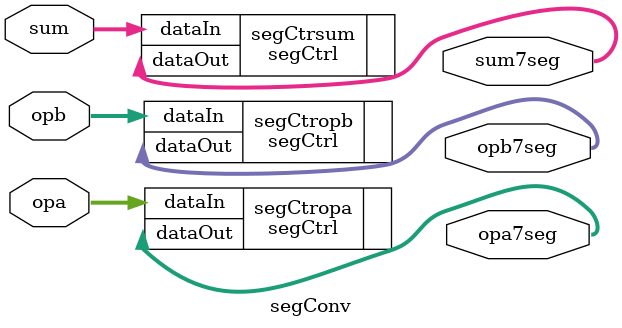
<source format=v>
`timescale 1ns/1ps

module segConv
#(
        parameter DATA_WIDTH = 3,
	parameter RESULT_WIDTH = 7
)

(
        input [DATA_WIDTH-1:0] opa,
        input [DATA_WIDTH-1:0] opb,
        input [DATA_WIDTH-1:0] sum,
	
	output  [RESULT_WIDTH-1:0] opa7seg,
	output  [RESULT_WIDTH-1:0] opb7seg,
	output  [RESULT_WIDTH-1:0] sum7seg
);

	segCtrl #(.DATA_WIDTH(DATA_WIDTH),.RESULT_WIDTH(RESULT_WIDTH))
		segCtropa(
			.dataIn(opa),
                	.dataOut(opa7seg)
		);

	segCtrl #(.DATA_WIDTH(DATA_WIDTH),.RESULT_WIDTH(RESULT_WIDTH))
		segCtropb(
                	.dataIn(opb),
                	.dataOut(opb7seg)
        	);

	segCtrl #(.DATA_WIDTH(DATA_WIDTH),.RESULT_WIDTH(RESULT_WIDTH))
		segCtrsum(
			.dataIn(sum),
                	.dataOut(sum7seg)
		);

endmodule

</source>
